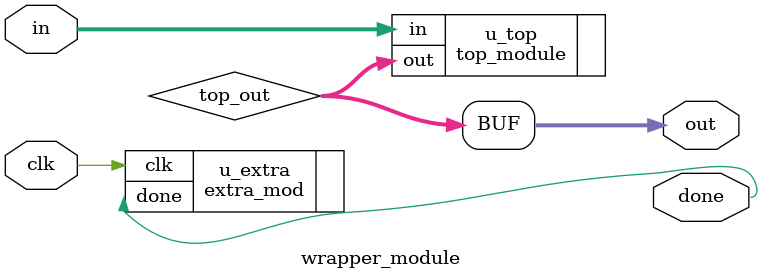
<source format=sv>
module wrapper_module(input logic clk, input logic [3:0] in, output logic done, output logic [3:0] out);
    logic [3:0] top_out;

    top_module u_top (
        .in(in),
        .out(top_out)
    );

    extra_mod u_extra (
        .clk(clk),
        .done(done)
    );

    assign out = top_out;
endmodule

</source>
